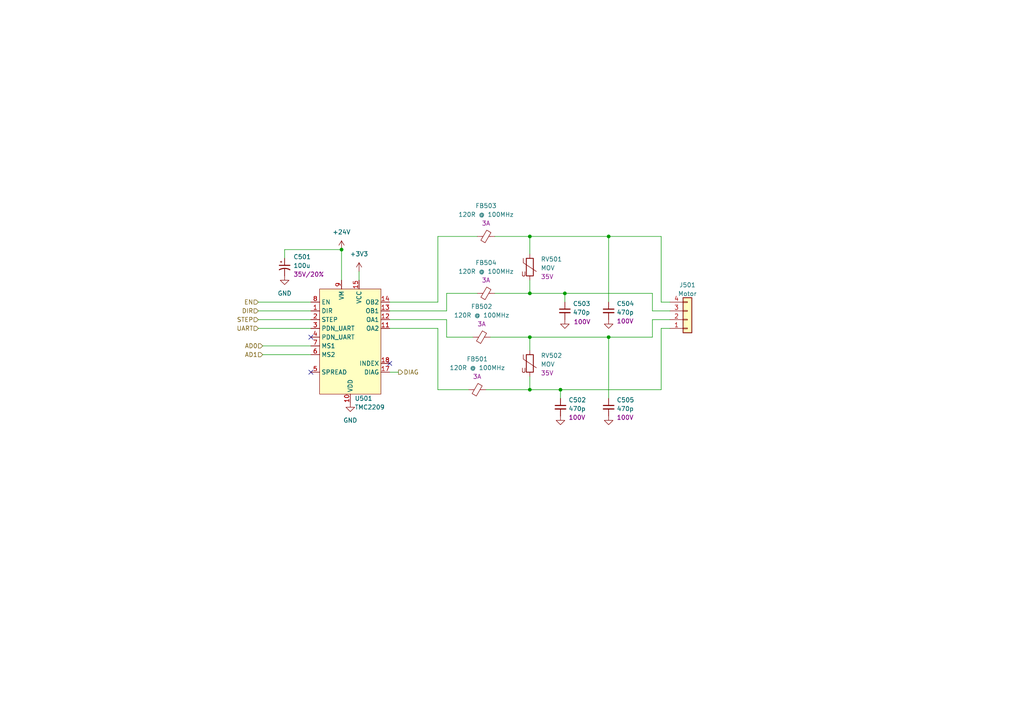
<source format=kicad_sch>
(kicad_sch (version 20230121) (generator eeschema)
  (paper "A4")
  (title_block (date "2023-10-08") (rev "v1"))
  (lib_symbols
    (symbol "Connector_Generic:Conn_01x04" (pin_names (offset 1.016) hide)
      (property "Reference" "J" (at 0 5.08 0))
      (property "Value" "Conn_01x04" (at 0 -7.62 0))
      (symbol "Conn_01x04_1_1"
        (rectangle (start -1.27 -4.953) (end 0 -5.207) (stroke (width 0.1524)))
        (rectangle (start -1.27 -2.413) (end 0 -2.667) (stroke (width 0.1524)))
        (rectangle (start -1.27 0.127) (end 0 -0.127) (stroke (width 0.1524)))
        (rectangle (start -1.27 2.667) (end 0 2.413) (stroke (width 0.1524)))
        (rectangle (start -1.27 3.81) (end 1.27 -6.35) (stroke (width 0.254)) (fill (type background)))
        (pin passive line (at -5.08 2.54 0) (length 3.81) (name "Pin_1") (number "1"))
        (pin passive line (at -5.08 0 0) (length 3.81) (name "Pin_2") (number "2"))
        (pin passive line (at -5.08 -2.54 0) (length 3.81) (name "Pin_3") (number "3"))
        (pin passive line (at -5.08 -5.08 0) (length 3.81) (name "Pin_4") (number "4"))
      )
    )
    (symbol "Device:C_Polarized_Small_US" (pin_numbers hide) (pin_names (offset 0.254) hide)
      (property "Reference" "C" (at 0.254 1.778 0))
      (property "Value" "C_Polarized_Small_US" (at 0.254 -2.032 0))
      (symbol "C_Polarized_Small_US_0_1"
        (polyline (pts (xy -1.524 0.508) (xy 1.524 0.508)) (stroke (width 0.3048)))
        (polyline (pts (xy -1.27 1.524) (xy -0.762 1.524)))
        (polyline (pts (xy -1.016 1.27) (xy -1.016 1.778)))
        (arc (start 1.524 -0.762) (mid 0 -0.3734) (end -1.524 -0.762) (stroke (width 0.3048)))
      )
      (symbol "C_Polarized_Small_US_1_1"
        (pin passive line (at 0 2.54 270) (length 2.032) (name "~") (number "1"))
        (pin passive line (at 0 -2.54 90) (length 2.032) (name "~") (number "2"))
      )
    )
    (symbol "Device:C_Small" (pin_numbers hide) (pin_names (offset 0.254) hide)
      (property "Reference" "C" (at 0.254 1.778 0))
      (property "Value" "C_Small" (at 0.254 -2.032 0))
      (symbol "C_Small_0_1"
        (polyline (pts (xy -1.524 -0.508) (xy 1.524 -0.508)) (stroke (width 0.3302)))
        (polyline (pts (xy -1.524 0.508) (xy 1.524 0.508)) (stroke (width 0.3048)))
      )
      (symbol "C_Small_1_1"
        (pin passive line (at 0 2.54 270) (length 2.032) (name "~") (number "1"))
        (pin passive line (at 0 -2.54 90) (length 2.032) (name "~") (number "2"))
      )
    )
    (symbol "Device:FerriteBead_Small" (pin_numbers hide) (pin_names (offset 0))
      (property "Reference" "FB" (at 1.905 1.27 0))
      (property "Value" "FerriteBead_Small" (at 1.905 -1.27 0))
      (symbol "FerriteBead_Small_0_1"
        (polyline (pts (xy 0 -1.27) (xy 0 -0.7874)))
        (polyline (pts (xy 0 0.889) (xy 0 1.2954)))
        (polyline (pts (xy -1.8288 0.2794) (xy -1.1176 1.4986) (xy 1.8288 -0.2032) (xy 1.1176 -1.4224) (xy -1.8288 0.2794)))
      )
      (symbol "FerriteBead_Small_1_1"
        (pin passive line (at 0 2.54 270) (length 1.27) (name "~") (number "1"))
        (pin passive line (at 0 -2.54 90) (length 1.27) (name "~") (number "2"))
      )
    )
    (symbol "Device:Varistor" (pin_numbers hide) (pin_names (offset 0))
      (property "Reference" "RV" (at 3.175 0 90))
      (property "Value" "Varistor" (at -3.175 0 90))
      (symbol "Varistor_0_0"
        (text "U" (at -1.778 -2.032 0) (effects (font (size 1.27 1.27))))
      )
      (symbol "Varistor_0_1"
        (rectangle (start -1.016 -2.54) (end 1.016 2.54) (stroke (width 0.254)))
        (polyline (pts (xy -1.905 2.54) (xy -1.905 1.27) (xy 1.905 -1.27)))
      )
      (symbol "Varistor_1_1"
        (pin passive line (at 0 3.81 270) (length 1.27) (name "~") (number "1"))
        (pin passive line (at 0 -3.81 90) (length 1.27) (name "~") (number "2"))
      )
    )
    (symbol "Droid:TMC2209_Breakout"
      (property "Reference" "U" (at 1.27 -16.51 0))
      (property "Value" "TMC2209" (at 1.27 -19.05 0))
      (symbol "TMC2209_Breakout_1_1"
        (rectangle (start -8.89 15.24) (end 8.89 -15.24) (fill (type background)))
        (pin input line (at -11.43 8.89 0) (length 2.54) (name "DIR") (number "1"))
        (pin power_in line (at 0 -17.78 90) (length 2.54) (name "VDD") (number "10"))
        (pin output line (at 11.43 3.81 180) (length 2.54) (name "OA2") (number "11"))
        (pin output line (at 11.43 6.35 180) (length 2.54) (name "OA1") (number "12"))
        (pin output line (at 11.43 8.89 180) (length 2.54) (name "OB1") (number "13"))
        (pin output line (at 11.43 11.43 180) (length 2.54) (name "OB2") (number "14"))
        (pin power_in line (at 2.54 17.78 270) (length 2.54) (name "VCC") (number "15"))
        (pin power_in line (at 0 -17.78 90) (length 2.54) hide (name "VDD") (number "16"))
        (pin output line (at 11.43 -8.89 180) (length 2.54) (name "DIAG") (number "17"))
        (pin output line (at 11.43 -6.35 180) (length 2.54) (name "INDEX") (number "18"))
        (pin input line (at -11.43 6.35 0) (length 2.54) (name "STEP") (number "2"))
        (pin input line (at -11.43 3.81 0) (length 2.54) (name "PDN_UART") (number "3"))
        (pin input line (at -11.43 1.27 0) (length 2.54) (name "PDN_UART") (number "4"))
        (pin input line (at -11.43 -8.89 0) (length 2.54) (name "SPREAD") (number "5"))
        (pin input line (at -11.43 -3.81 0) (length 2.54) (name "MS2") (number "6"))
        (pin input line (at -11.43 -1.27 0) (length 2.54) (name "MS1") (number "7"))
        (pin input line (at -11.43 11.43 0) (length 2.54) (name "EN") (number "8"))
        (pin power_in line (at -2.54 17.78 270) (length 2.54) (name "VM") (number "9"))
      )
    )
    (symbol "power:+24V" (power) (pin_names (offset 0))
      (property "Value" "+24V" (at 0 3.556 0))
      (symbol "+24V_0_1"
        (polyline (pts (xy -0.762 1.27) (xy 0 2.54)))
        (polyline (pts (xy 0 0) (xy 0 2.54)))
        (polyline (pts (xy 0 2.54) (xy 0.762 1.27)))
      )
      (symbol "+24V_1_1"
        (pin power_in line (at 0 0 90) (length 0) hide (name "+24V") (number "1"))
      )
    )
    (symbol "power:+3V3" (power) (pin_names (offset 0))
      (property "Value" "+3V3" (at 0 3.556 0))
      (symbol "+3V3_0_1"
        (polyline (pts (xy -0.762 1.27) (xy 0 2.54)))
        (polyline (pts (xy 0 0) (xy 0 2.54)))
        (polyline (pts (xy 0 2.54) (xy 0.762 1.27)))
      )
      (symbol "+3V3_1_1"
        (pin power_in line (at 0 0 90) (length 0) hide (name "+3V3") (number "1"))
      )
    )
    (symbol "power:GND" (power) (pin_names (offset 0))
      (property "Value" "GND" (at 0 -3.81 0))
      (symbol "GND_0_1"
        (polyline (pts (xy 0 0) (xy 0 -1.27) (xy 1.27 -1.27) (xy 0 -2.54) (xy -1.27 -1.27) (xy 0 -1.27)))
      )
      (symbol "GND_1_1"
        (pin power_in line (at 0 0 270) (length 0) hide (name "GND") (number "1"))
      )
    )
  )
  (junction (at 153.67 97.79))
  (junction (at 176.53 68.58))
  (junction (at 153.67 68.58))
  (junction (at 163.83 85.09))
  (junction (at 153.67 113.03))
  (junction (at 176.53 97.79))
  (junction (at 153.67 85.09))
  (junction (at 99.06 72.39))
  (junction (at 162.56 113.03))
  (no_connect (at 113.03 105.41))
  (no_connect (at 90.17 107.95))
  (no_connect (at 90.17 97.79))
  (wire (pts (xy 82.55 74.93) (xy 82.55 72.39)))
  (wire (pts (xy 153.67 97.79) (xy 176.53 97.79)))
  (wire (pts (xy 143.51 85.09) (xy 153.67 85.09)))
  (wire (pts (xy 74.93 95.25) (xy 90.17 95.25)))
  (wire (pts (xy 153.67 97.79) (xy 153.67 101.6)))
  (wire (pts (xy 127 113.03) (xy 135.89 113.03)))
  (wire (pts (xy 82.55 72.39) (xy 99.06 72.39)))
  (wire (pts (xy 191.77 95.25) (xy 191.77 113.03)))
  (wire (pts (xy 153.67 109.22) (xy 153.67 113.03)))
  (wire (pts (xy 189.23 85.09) (xy 189.23 90.17)))
  (wire (pts (xy 189.23 90.17) (xy 194.31 90.17)))
  (wire (pts (xy 163.83 85.09) (xy 189.23 85.09)))
  (wire (pts (xy 127 87.63) (xy 127 68.58)))
  (wire (pts (xy 191.77 113.03) (xy 162.56 113.03)))
  (wire (pts (xy 189.23 92.71) (xy 194.31 92.71)))
  (wire (pts (xy 140.97 113.03) (xy 153.67 113.03)))
  (wire (pts (xy 113.03 90.17) (xy 129.54 90.17)))
  (wire (pts (xy 138.43 85.09) (xy 129.54 85.09)))
  (wire (pts (xy 153.67 113.03) (xy 162.56 113.03)))
  (wire (pts (xy 129.54 90.17) (xy 129.54 85.09)))
  (wire (pts (xy 104.14 78.74) (xy 104.14 81.28)))
  (wire (pts (xy 99.06 72.39) (xy 99.06 81.28)))
  (wire (pts (xy 176.53 68.58) (xy 191.77 68.58)))
  (wire (pts (xy 143.51 68.58) (xy 153.67 68.58)))
  (wire (pts (xy 137.16 97.79) (xy 129.54 97.79)))
  (wire (pts (xy 153.67 85.09) (xy 163.83 85.09)))
  (wire (pts (xy 176.53 97.79) (xy 176.53 115.57)))
  (wire (pts (xy 153.67 68.58) (xy 153.67 73.66)))
  (wire (pts (xy 113.03 107.95) (xy 115.57 107.95)))
  (wire (pts (xy 74.93 87.63) (xy 90.17 87.63)))
  (wire (pts (xy 74.93 92.71) (xy 90.17 92.71)))
  (wire (pts (xy 176.53 68.58) (xy 176.53 87.63)))
  (wire (pts (xy 194.31 87.63) (xy 191.77 87.63)))
  (wire (pts (xy 163.83 85.09) (xy 163.83 87.63)))
  (wire (pts (xy 127 95.25) (xy 127 113.03)))
  (wire (pts (xy 189.23 97.79) (xy 189.23 92.71)))
  (wire (pts (xy 129.54 92.71) (xy 129.54 97.79)))
  (wire (pts (xy 74.93 90.17) (xy 90.17 90.17)))
  (wire (pts (xy 113.03 92.71) (xy 129.54 92.71)))
  (wire (pts (xy 113.03 95.25) (xy 127 95.25)))
  (wire (pts (xy 191.77 87.63) (xy 191.77 68.58)))
  (wire (pts (xy 162.56 113.03) (xy 162.56 115.57)))
  (wire (pts (xy 153.67 81.28) (xy 153.67 85.09)))
  (wire (pts (xy 113.03 87.63) (xy 127 87.63)))
  (wire (pts (xy 153.67 68.58) (xy 176.53 68.58)))
  (wire (pts (xy 127 68.58) (xy 138.43 68.58)))
  (wire (pts (xy 142.24 97.79) (xy 153.67 97.79)))
  (wire (pts (xy 194.31 95.25) (xy 191.77 95.25)))
  (wire (pts (xy 76.2 100.33) (xy 90.17 100.33)))
  (wire (pts (xy 76.2 102.87) (xy 90.17 102.87)))
  (wire (pts (xy 176.53 97.79) (xy 189.23 97.79)))
  (hierarchical_label "AD1" (shape input) (at 76.2 102.87 180))
  (hierarchical_label "STEP" (shape input) (at 74.93 92.71 180))
  (hierarchical_label "DIR" (shape input) (at 74.93 90.17 180))
  (hierarchical_label "UART" (shape input) (at 74.93 95.25 180))
  (hierarchical_label "DIAG" (shape output) (at 115.57 107.95 0))
  (hierarchical_label "AD0" (shape input) (at 76.2 100.33 180))
  (hierarchical_label "EN" (shape input) (at 74.93 87.63 180))
  (symbol (lib_id "power:+24V") (at 99.06 72.39 0) (unit 1)
    (property "Reference" "#PWR0502" (effects hide))
    (property "Value" "+24V" (at 99.06 67.31 0))
    (instances (project "placertron" (path "" (reference "#PWR0502") (unit 1)) (path "" (reference "#PWR0602") (unit 1)) (path "" (reference "#PWR0702") (unit 1))) (project "movertron" (path "" (reference "#PWR01504") (unit 1)) (path "" (reference "#PWR01604") (unit 1)) (path "" (reference "#PWR01704") (unit 1))))
  )
  (symbol (lib_id "power:GND") (at 101.6 116.84 0) (unit 1)
    (property "Reference" "#PWR0503" (effects hide))
    (property "Value" "GND" (at 101.6 121.92 0))
    (instances (project "placertron" (path "" (reference "#PWR0503") (unit 1)) (path "" (reference "#PWR0603") (unit 1)) (path "" (reference "#PWR0703") (unit 1))) (project "movertron" (path "" (reference "#PWR01506") (unit 1)) (path "" (reference "#PWR01606") (unit 1)) (path "" (reference "#PWR01706") (unit 1))))
  )
  (symbol (lib_id "Device:C_Small") (at 176.53 90.17 0) (unit 1)
    (property "Reference" "C504" (at 178.8541 88.0732 0) (effects (justify left)))
    (property "Value" "470p" (at 178.8541 90.6101 0) (effects (justify left)))
    (property "Footprint" "Droid:C_0603_HandSolder" (effects hide))
    (property "Rating" "100V" (at 178.8541 93.147 0) (effects (justify left)))
    (property "mpn" "885342006005" (effects hide))
    (instances (project "placertron" (path "" (reference "C504") (unit 1)) (path "" (reference "C604") (unit 1)) (path "" (reference "C704") (unit 1))) (project "movertron" (path "" (reference "C1504") (unit 1)) (path "" (reference "C1604") (unit 1)) (path "" (reference "C1704") (unit 1))) (project "starfish" (path "" (reference "C1409") (unit 1)) (path "" (reference "C1509") (unit 1)) (path "" (reference "C1609") (unit 1))))
  )
  (symbol (lib_id "power:GND") (at 82.55 80.01 0) (unit 1)
    (property "Reference" "#PWR0501" (effects hide))
    (property "Value" "GND" (at 82.55 85.09 0))
    (instances (project "placertron" (path "" (reference "#PWR0501") (unit 1)) (path "" (reference "#PWR0601") (unit 1)) (path "" (reference "#PWR0701") (unit 1))) (project "movertron" (path "" (reference "#PWR01513") (unit 1)) (path "" (reference "#PWR01613") (unit 1)) (path "" (reference "#PWR01713") (unit 1))))
  )
  (symbol (lib_id "Device:FerriteBead_Small") (at 139.7 97.79 90) (unit 1)
    (property "Reference" "FB502" (at 139.7 88.9 90))
    (property "Value" "120R @ 100MHz" (at 139.7 91.44 90))
    (property "Footprint" "Droid:L_0603_HandSolder" (effects hide))
    (property "Datasheet" "https://www.murata.com/products/productdata/8796738650142/ENFA0003.pdf" (effects hide))
    (property "Rating" "3A" (at 139.7 93.98 90))
    (property "mpn" "BLM18KG121TN1D" (effects hide))
    (instances (project "placertron" (path "" (reference "FB502") (unit 1)) (path "" (reference "FB602") (unit 1)) (path "" (reference "FB702") (unit 1))) (project "movertron" (path "" (reference "FB1502") (unit 1)) (path "" (reference "FB1602") (unit 1)) (path "" (reference "FB1702") (unit 1))) (project "starfish" (path "" (reference "FB1403") (unit 1)) (path "" (reference "FB1503") (unit 1)) (path "" (reference "FB1603") (unit 1))))
  )
  (symbol (lib_id "power:GND") (at 163.83 92.71 0) (unit 1)
    (property "Reference" "#PWR0506" (effects hide))
    (property "Value" "GND" (effects hide))
    (instances (project "placertron" (path "" (reference "#PWR0506") (unit 1)) (path "" (reference "#PWR0606") (unit 1)) (path "" (reference "#PWR0706") (unit 1))) (project "movertron" (path "" (reference "#PWR01510") (unit 1)) (path "" (reference "#PWR01610") (unit 1)) (path "" (reference "#PWR01710") (unit 1))) (project "starfish" (path "" (reference "#PWR01406") (unit 1)) (path "" (reference "#PWR01506") (unit 1)) (path "" (reference "#PWR01606") (unit 1))))
  )
  (symbol (lib_id "Device:Varistor") (at 153.67 77.47 0) (unit 1)
    (property "Reference" "RV501" (at 156.845 75.1831 0) (effects (justify left)))
    (property "Value" "MOV" (at 156.845 77.7231 0) (effects (justify left)))
    (property "Footprint" "Droid:R_0603_HandSolder" (effects hide))
    (property "mpn" "B72500D0300H060" (effects hide))
    (property "Rating" "35V" (at 156.845 80.2631 0) (effects (justify left)))
    (property "Sim.Name" "kicad_builtin_varistor" (effects hide))
    (property "Sim.Device" "SUBCKT" (effects hide))
    (property "Sim.Pins" "1=A 2=B" (effects hide))
    (property "Sim.Params" "threshold=1k" (effects hide))
    (property "Sim.Library" "${KICAD7_SYMBOL_DIR}/Simulation_SPICE.sp" (effects hide))
    (instances (project "placertron" (path "" (reference "RV501") (unit 1)) (path "" (reference "RV601") (unit 1)) (path "" (reference "RV701") (unit 1))) (project "movertron" (path "" (reference "RV1501") (unit 1)) (path "" (reference "RV1601") (unit 1)) (path "" (reference "RV1701") (unit 1))) (project "starfish" (path "" (reference "RV1401") (unit 1)) (path "" (reference "RV1501") (unit 1)) (path "" (reference "RV1601") (unit 1))))
  )
  (symbol (lib_id "Device:C_Small") (at 176.53 118.11 0) (unit 1)
    (property "Reference" "C505" (at 178.8541 116.0132 0) (effects (justify left)))
    (property "Value" "470p" (at 178.8541 118.5501 0) (effects (justify left)))
    (property "Footprint" "Droid:C_0603_HandSolder" (effects hide))
    (property "Rating" "100V" (at 178.8541 121.087 0) (effects (justify left)))
    (property "mpn" "885342006005" (effects hide))
    (instances (project "placertron" (path "" (reference "C505") (unit 1)) (path "" (reference "C605") (unit 1)) (path "" (reference "C705") (unit 1))) (project "movertron" (path "" (reference "C1505") (unit 1)) (path "" (reference "C1605") (unit 1)) (path "" (reference "C1705") (unit 1))) (project "starfish" (path "" (reference "C1410") (unit 1)) (path "" (reference "C1510") (unit 1)) (path "" (reference "C1610") (unit 1))))
  )
  (symbol (lib_id "Device:C_Small") (at 162.56 118.11 0) (unit 1)
    (property "Reference" "C502" (at 164.8841 116.0132 0) (effects (justify left)))
    (property "Value" "470p" (at 164.8841 118.5501 0) (effects (justify left)))
    (property "Footprint" "Droid:C_0603_HandSolder" (effects hide))
    (property "Rating" "100V" (at 164.8841 121.087 0) (effects (justify left)))
    (property "mpn" "885342006005" (effects hide))
    (instances (project "placertron" (path "" (reference "C502") (unit 1)) (path "" (reference "C602") (unit 1)) (path "" (reference "C702") (unit 1))) (project "movertron" (path "" (reference "C1502") (unit 1)) (path "" (reference "C1602") (unit 1)) (path "" (reference "C1702") (unit 1))) (project "starfish" (path "" (reference "C1408") (unit 1)) (path "" (reference "C1508") (unit 1)) (path "" (reference "C1608") (unit 1))))
  )
  (symbol (lib_id "Connector_Generic:Conn_01x04") (at 199.39 92.71 0) (mirror x) (unit 1)
    (property "Reference" "J501" (at 199.39 82.6602 0))
    (property "Value" "Motor" (at 199.39 85.1971 0))
    (property "Footprint" "Droid:JST_XH_B4B-XH-AM_1x04_P2.50mm_Vertical" (effects hide))
    (property "mpn" "B4B-XH-AM" (effects hide))
    (instances (project "placertron" (path "" (reference "J501") (unit 1)) (path "" (reference "J601") (unit 1)) (path "" (reference "J701") (unit 1))) (project "movertron" (path "" (reference "J1503") (unit 1)) (path "" (reference "J1603") (unit 1)) (path "" (reference "J1703") (unit 1))) (project "starfish" (path "" (reference "J1401") (unit 1)) (path "" (reference "J1501") (unit 1)) (path "" (reference "J1601") (unit 1))))
  )
  (symbol (lib_id "Device:FerriteBead_Small") (at 140.97 68.58 90) (unit 1)
    (property "Reference" "FB503" (at 140.97 59.69 90))
    (property "Value" "120R @ 100MHz" (at 140.97 62.23 90))
    (property "Footprint" "Droid:L_0603_HandSolder" (effects hide))
    (property "Datasheet" "https://www.murata.com/products/productdata/8796738650142/ENFA0003.pdf" (effects hide))
    (property "Rating" "3A" (at 140.97 64.77 90))
    (property "mpn" "BLM18KG121TN1D" (effects hide))
    (instances (project "placertron" (path "" (reference "FB503") (unit 1)) (path "" (reference "FB603") (unit 1)) (path "" (reference "FB703") (unit 1))) (project "movertron" (path "" (reference "FB1503") (unit 1)) (path "" (reference "FB1603") (unit 1)) (path "" (reference "FB1703") (unit 1))) (project "starfish" (path "" (reference "FB1401") (unit 1)) (path "" (reference "FB1501") (unit 1)) (path "" (reference "FB1601") (unit 1))))
  )
  (symbol (lib_id "Device:Varistor") (at 153.67 105.41 0) (unit 1)
    (property "Reference" "RV502" (at 156.845 103.1231 0) (effects (justify left)))
    (property "Value" "MOV" (at 156.845 105.6631 0) (effects (justify left)))
    (property "Footprint" "Droid:R_0603_HandSolder" (effects hide))
    (property "mpn" "B72500D0300H060" (effects hide))
    (property "Rating" "35V" (at 156.845 108.2031 0) (effects (justify left)))
    (property "Sim.Name" "kicad_builtin_varistor" (effects hide))
    (property "Sim.Device" "SUBCKT" (effects hide))
    (property "Sim.Pins" "1=A 2=B" (effects hide))
    (property "Sim.Params" "threshold=1k" (effects hide))
    (property "Sim.Library" "${KICAD7_SYMBOL_DIR}/Simulation_SPICE.sp" (effects hide))
    (instances (project "placertron" (path "" (reference "RV502") (unit 1)) (path "" (reference "RV602") (unit 1)) (path "" (reference "RV702") (unit 1))) (project "movertron" (path "" (reference "RV1502") (unit 1)) (path "" (reference "RV1602") (unit 1)) (path "" (reference "RV1702") (unit 1))) (project "starfish" (path "" (reference "RV1402") (unit 1)) (path "" (reference "RV1502") (unit 1)) (path "" (reference "RV1602") (unit 1))))
  )
  (symbol (lib_id "power:GND") (at 162.56 120.65 0) (unit 1)
    (property "Reference" "#PWR0505" (effects hide))
    (property "Value" "GND" (effects hide))
    (instances (project "placertron" (path "" (reference "#PWR0505") (unit 1)) (path "" (reference "#PWR0605") (unit 1)) (path "" (reference "#PWR0705") (unit 1))) (project "movertron" (path "" (reference "#PWR01509") (unit 1)) (path "" (reference "#PWR01609") (unit 1)) (path "" (reference "#PWR01709") (unit 1))) (project "starfish" (path "" (reference "#PWR01407") (unit 1)) (path "" (reference "#PWR01507") (unit 1)) (path "" (reference "#PWR01607") (unit 1))))
  )
  (symbol (lib_id "power:GND") (at 176.53 120.65 0) (unit 1)
    (property "Reference" "#PWR0508" (effects hide))
    (property "Value" "GND" (effects hide))
    (instances (project "placertron" (path "" (reference "#PWR0508") (unit 1)) (path "" (reference "#PWR0608") (unit 1)) (path "" (reference "#PWR0708") (unit 1))) (project "movertron" (path "" (reference "#PWR01512") (unit 1)) (path "" (reference "#PWR01612") (unit 1)) (path "" (reference "#PWR01712") (unit 1))) (project "starfish" (path "" (reference "#PWR01409") (unit 1)) (path "" (reference "#PWR01509") (unit 1)) (path "" (reference "#PWR01609") (unit 1))))
  )
  (symbol (lib_id "Device:C_Small") (at 163.83 90.17 0) (unit 1)
    (property "Reference" "C503" (at 166.1541 88.0732 0) (effects (justify left)))
    (property "Value" "470p" (at 166.1541 90.6101 0) (effects (justify left)))
    (property "Footprint" "Droid:C_0603_HandSolder" (effects hide))
    (property "Rating" "100V" (at 166.37 93.345 0) (effects (justify left)))
    (property "mpn" "885342006005" (effects hide))
    (instances (project "placertron" (path "" (reference "C503") (unit 1)) (path "" (reference "C603") (unit 1)) (path "" (reference "C703") (unit 1))) (project "movertron" (path "" (reference "C1503") (unit 1)) (path "" (reference "C1603") (unit 1)) (path "" (reference "C1703") (unit 1))) (project "starfish" (path "" (reference "C1407") (unit 1)) (path "" (reference "C1507") (unit 1)) (path "" (reference "C1607") (unit 1))))
  )
  (symbol (lib_id "Device:FerriteBead_Small") (at 140.97 85.09 90) (unit 1)
    (property "Reference" "FB504" (at 140.97 76.2 90))
    (property "Value" "120R @ 100MHz" (at 140.97 78.74 90))
    (property "Footprint" "Droid:L_0603_HandSolder" (effects hide))
    (property "Datasheet" "https://www.murata.com/products/productdata/8796738650142/ENFA0003.pdf" (effects hide))
    (property "Rating" "3A" (at 140.97 81.28 90))
    (property "mpn" "BLM18KG121TN1D" (effects hide))
    (instances (project "placertron" (path "" (reference "FB504") (unit 1)) (path "" (reference "FB604") (unit 1)) (path "" (reference "FB704") (unit 1))) (project "movertron" (path "" (reference "FB1504") (unit 1)) (path "" (reference "FB1604") (unit 1)) (path "" (reference "FB1704") (unit 1))) (project "starfish" (path "" (reference "FB1402") (unit 1)) (path "" (reference "FB1502") (unit 1)) (path "" (reference "FB1602") (unit 1))))
  )
  (symbol (lib_id "power:+3V3") (at 104.14 78.74 0) (unit 1)
    (property "Reference" "#PWR0504" (effects hide))
    (property "Value" "+3V3" (at 104.14 73.66 0))
    (instances (project "placertron" (path "" (reference "#PWR0504") (unit 1)) (path "" (reference "#PWR0604") (unit 1)) (path "" (reference "#PWR0704") (unit 1))) (project "movertron" (path "" (reference "#PWR01507") (unit 1)) (path "" (reference "#PWR01607") (unit 1)) (path "" (reference "#PWR01707") (unit 1))))
  )
  (symbol (lib_id "Device:FerriteBead_Small") (at 138.43 113.03 90) (unit 1)
    (property "Reference" "FB501" (at 138.43 104.14 90))
    (property "Value" "120R @ 100MHz" (at 138.43 106.68 90))
    (property "Footprint" "Droid:L_0603_HandSolder" (effects hide))
    (property "Datasheet" "https://www.murata.com/products/productdata/8796738650142/ENFA0003.pdf" (effects hide))
    (property "Rating" "3A" (at 138.3919 109.22 90))
    (property "mpn" "BLM18KG121TN1D" (effects hide))
    (instances (project "placertron" (path "" (reference "FB501") (unit 1)) (path "" (reference "FB601") (unit 1)) (path "" (reference "FB701") (unit 1))) (project "movertron" (path "" (reference "FB1501") (unit 1)) (path "" (reference "FB1601") (unit 1)) (path "" (reference "FB1701") (unit 1))) (project "starfish" (path "" (reference "FB1404") (unit 1)) (path "" (reference "FB1504") (unit 1)) (path "" (reference "FB1604") (unit 1))))
  )
  (symbol (lib_id "Device:C_Polarized_Small_US") (at 82.55 77.47 0) (unit 1)
    (property "Reference" "C501" (at 85.09 74.4982 0) (effects (justify left)))
    (property "Value" "100u" (at 85.09 77.0382 0) (effects (justify left)))
    (property "Footprint" "Capacitor_SMD:CP_Elec_6.3x7.7" (effects hide))
    (property "Rating" "35V/20%" (at 85.09 79.5782 0) (effects (justify left)))
    (property "mpn" "865080653016, UWT1V221MNL1GS" (effects hide))
    (instances (project "placertron" (path "" (reference "C501") (unit 1)) (path "" (reference "C601") (unit 1)) (path "" (reference "C701") (unit 1))) (project "movertron" (path "" (reference "C1506") (unit 1)) (path "" (reference "C1606") (unit 1)) (path "" (reference "C1706") (unit 1))) (project "starfish" (path "" (reference "C1411") (unit 1)) (path "" (reference "C1511") (unit 1)) (path "" (reference "C1611") (unit 1))))
  )
  (symbol (lib_id "power:GND") (at 176.53 92.71 0) (unit 1)
    (property "Reference" "#PWR0507" (effects hide))
    (property "Value" "GND" (effects hide))
    (instances (project "placertron" (path "" (reference "#PWR0507") (unit 1)) (path "" (reference "#PWR0607") (unit 1)) (path "" (reference "#PWR0707") (unit 1))) (project "movertron" (path "" (reference "#PWR01511") (unit 1)) (path "" (reference "#PWR01611") (unit 1)) (path "" (reference "#PWR01711") (unit 1))) (project "starfish" (path "" (reference "#PWR01408") (unit 1)) (path "" (reference "#PWR01508") (unit 1)) (path "" (reference "#PWR01608") (unit 1))))
  )
  (symbol (lib_id "Droid:TMC2209_Breakout") (at 101.6 99.06 0) (unit 1)
    (property "Reference" "U501" (at 102.87 115.57 0) (effects (justify left)))
    (property "Value" "TMC2209" (at 102.87 118.11 0) (effects (justify left)))
    (property "Footprint" "Droid:TMC2209_Breakout_18_15.2x20.3mm" (effects hide))
    (property "Datasheet" "https://github.com/watterott/SilentStepStick/blob/master/hardware/SilentStepStick-TMC2209_v20.pdf" (effects hide))
    (property "mpn" "TMC2209SILENTSTEPSTICK" (effects hide))
    (instances (project "placertron" (path "" (reference "U501") (unit 1)) (path "" (reference "U601") (unit 1)) (path "" (reference "U701") (unit 1))) (project "movertron" (path "" (reference "U1502") (unit 1)) (path "" (reference "U1602") (unit 1)) (path "" (reference "U1702") (unit 1))))
  )
)
</source>
